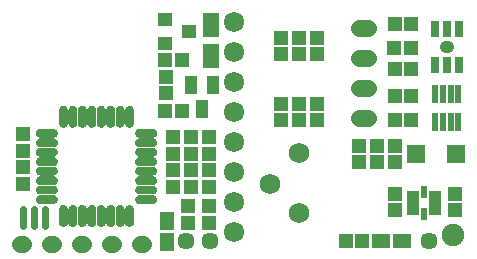
<source format=gts>
G04 Layer: TopSolderMaskLayer*
G04 EasyEDA v5.9.34, Sun, 20 Jan 2019 06:30:26 GMT*
G04 4d0cf0336fcf4326954002bdc8c8e70b*
G04 Gerber Generator version 0.2*
G04 Scale: 100 percent, Rotated: No, Reflected: No *
G04 Dimensions in millimeters *
G04 leading zeros omitted , absolute positions ,3 integer and 3 decimal *
%FSLAX33Y33*%
%MOMM*%
G90*
G71D02*

%ADD54C,1.453210*%
%ADD55C,0.603199*%
%ADD56C,1.403198*%
%ADD57C,1.003198*%
%ADD58R,0.503174X1.003300*%
%ADD59R,1.003300X0.503174*%
%ADD60R,1.303198X1.203198*%
%ADD61R,1.203198X1.303198*%
%ADD62R,1.503197X1.303198*%
%ADD63C,1.723187*%
%ADD64R,1.553210X0.503199*%
%ADD65R,1.553210X0.502920*%
%ADD66C,1.727200*%
%ADD67R,1.453134X2.003298*%
%ADD68R,1.303198X1.503197*%
%ADD69R,1.102360X1.602740*%
%ADD70R,0.553720X1.553210*%
%ADD71R,0.652780X1.403198*%
%ADD72C,1.903222*%
%ADD73C,1.453134*%

%LPD*%
G54D54*
G01X11051Y762D02*
G01X11300Y762D01*
G01X8511Y762D02*
G01X8760Y762D01*
G01X5971Y762D02*
G01X6220Y762D01*
G01X3431Y762D02*
G01X3680Y762D01*
G01X891Y762D02*
G01X1140Y762D01*
G54D55*
G01X3048Y3749D02*
G01X3048Y2346D01*
G01X2098Y3749D02*
G01X2098Y2346D01*
G01X1148Y3749D02*
G01X1148Y2346D01*
G54D56*
G01X29575Y19050D02*
G01X30373Y19050D01*
G01X29575Y16510D02*
G01X30373Y16510D01*
G01X29575Y13970D02*
G01X30373Y13970D01*
G01X29575Y11430D02*
G01X30373Y11430D01*
G54D57*
G01X36957Y17449D02*
G01X37157Y17449D01*
G54D58*
G01X35128Y3321D03*
G01X35128Y5220D03*
G54D59*
G01X36028Y5020D03*
G01X36028Y4521D03*
G01X36028Y4020D03*
G01X36028Y3520D03*
G01X34128Y3520D03*
G01X34128Y4020D03*
G01X34128Y4521D03*
G01X34128Y5020D03*
G54D60*
G01X32635Y5049D03*
G01X32635Y3649D03*
G01X37715Y5049D03*
G01X37715Y3649D03*
G01X29587Y9113D03*
G01X29587Y7713D03*
G01X32635Y9113D03*
G01X32635Y7713D03*
G54D61*
G01X13200Y12045D03*
G01X14599Y12045D03*
G54D60*
G01X31111Y9113D03*
G01X31111Y7713D03*
G01X13249Y14955D03*
G01X13249Y13555D03*
G54D62*
G01X33274Y1016D03*
G01X31496Y1016D03*
G54D61*
G01X13200Y16380D03*
G01X14599Y16380D03*
G54D60*
G01X13846Y5618D03*
G01X13846Y7018D03*
G01X15370Y5618D03*
G01X15370Y7018D03*
G01X16894Y5618D03*
G01X16894Y7018D03*
G01X24507Y18257D03*
G01X24507Y16857D03*
G01X26031Y18257D03*
G01X26031Y16857D03*
G01X22983Y18257D03*
G01X22983Y16857D03*
G01X1146Y5872D03*
G01X1146Y7272D03*
G01X1146Y8666D03*
G01X1146Y10066D03*
G36*
G01X14579Y18199D02*
G01X14579Y19304D01*
G01X15783Y19304D01*
G01X15783Y18199D01*
G01X14579Y18199D01*
G37*
G36*
G01X12580Y19199D02*
G01X12580Y20302D01*
G01X13782Y20302D01*
G01X13782Y19199D01*
G01X12580Y19199D01*
G37*
G36*
G01X12580Y17200D02*
G01X12580Y18303D01*
G01X13782Y18303D01*
G01X13782Y17200D01*
G01X12580Y17200D01*
G37*
G01X13846Y8412D03*
G01X13846Y9812D03*
G54D63*
G01X19050Y19558D03*
G01X19050Y17018D03*
G01X19050Y14478D03*
G01X19050Y11938D03*
G01X19050Y9398D03*
G01X19050Y6858D03*
G01X19050Y4318D03*
G01X19050Y1778D03*
G54D64*
G01X37848Y7919D03*
G54D65*
G01X37848Y8420D03*
G01X37848Y8920D03*
G01X34447Y7919D03*
G01X34447Y8420D03*
G01X34447Y8920D03*
G54D61*
G01X32600Y17395D03*
G01X34000Y17395D03*
G01X34008Y13338D03*
G01X32608Y13338D03*
G01X34008Y11306D03*
G01X32608Y11306D03*
G54D66*
G01X24518Y8484D03*
G01X22031Y5867D03*
G01X24502Y3383D03*
G54D60*
G01X26031Y12669D03*
G01X26031Y11269D03*
G01X22983Y12669D03*
G01X22983Y11269D03*
G01X24507Y12669D03*
G01X24507Y11269D03*
G54D67*
G01X17091Y19337D03*
G01X17091Y16737D03*
G54D61*
G01X28478Y996D03*
G01X29878Y996D03*
G54D68*
G01X13352Y911D03*
G01X13352Y2689D03*
G54D60*
G01X16894Y2570D03*
G01X16894Y3970D03*
G01X16894Y8412D03*
G01X16894Y9812D03*
G36*
G01X4549Y10632D02*
G01X4503Y10634D01*
G01X4452Y10650D01*
G01X4411Y10668D01*
G01X4371Y10688D01*
G01X4333Y10716D01*
G01X4297Y10746D01*
G01X4267Y10787D01*
G01X4241Y10825D01*
G01X4221Y10871D01*
G01X4206Y10914D01*
G01X4196Y10960D01*
G01X4196Y12151D01*
G01X4206Y12202D01*
G01X4221Y12247D01*
G01X4241Y12291D01*
G01X4267Y12326D01*
G01X4297Y12367D01*
G01X4333Y12397D01*
G01X4368Y12425D01*
G01X4409Y12448D01*
G01X4455Y12466D01*
G01X4503Y12476D01*
G01X4546Y12484D01*
G01X4597Y12484D01*
G01X4643Y12476D01*
G01X4686Y12466D01*
G01X4732Y12448D01*
G01X4775Y12425D01*
G01X4810Y12397D01*
G01X4848Y12364D01*
G01X4874Y12329D01*
G01X4902Y12291D01*
G01X4919Y12247D01*
G01X4937Y12202D01*
G01X4945Y12151D01*
G01X4947Y12113D01*
G01X4947Y11005D01*
G01X4945Y10962D01*
G01X4937Y10914D01*
G01X4919Y10871D01*
G01X4902Y10825D01*
G01X4874Y10784D01*
G01X4848Y10749D01*
G01X4810Y10716D01*
G01X4772Y10688D01*
G01X4729Y10665D01*
G01X4688Y10650D01*
G01X4643Y10634D01*
G01X4594Y10632D01*
G01X4549Y10632D01*
G37*
G36*
G01X5351Y10632D02*
G01X5300Y10634D01*
G01X5250Y10650D01*
G01X5212Y10668D01*
G01X5171Y10688D01*
G01X5133Y10716D01*
G01X5097Y10746D01*
G01X5067Y10787D01*
G01X5041Y10825D01*
G01X5021Y10871D01*
G01X5006Y10914D01*
G01X4996Y10960D01*
G01X4996Y12151D01*
G01X5006Y12202D01*
G01X5021Y12247D01*
G01X5041Y12291D01*
G01X5067Y12326D01*
G01X5097Y12367D01*
G01X5133Y12397D01*
G01X5168Y12425D01*
G01X5209Y12448D01*
G01X5255Y12466D01*
G01X5300Y12476D01*
G01X5346Y12484D01*
G01X5397Y12484D01*
G01X5443Y12476D01*
G01X5486Y12466D01*
G01X5532Y12448D01*
G01X5575Y12425D01*
G01X5610Y12397D01*
G01X5648Y12364D01*
G01X5674Y12329D01*
G01X5702Y12291D01*
G01X5720Y12247D01*
G01X5737Y12202D01*
G01X5745Y12151D01*
G01X5748Y12113D01*
G01X5748Y11005D01*
G01X5745Y10962D01*
G01X5737Y10914D01*
G01X5720Y10871D01*
G01X5702Y10825D01*
G01X5674Y10784D01*
G01X5648Y10749D01*
G01X5610Y10716D01*
G01X5572Y10688D01*
G01X5529Y10665D01*
G01X5488Y10650D01*
G01X5443Y10634D01*
G01X5394Y10632D01*
G01X5351Y10632D01*
G37*
G36*
G01X6151Y10632D02*
G01X6101Y10634D01*
G01X6050Y10650D01*
G01X6012Y10668D01*
G01X5971Y10688D01*
G01X5933Y10716D01*
G01X5897Y10746D01*
G01X5867Y10787D01*
G01X5842Y10825D01*
G01X5821Y10871D01*
G01X5806Y10914D01*
G01X5796Y10957D01*
G01X5793Y11005D01*
G01X5793Y12113D01*
G01X5796Y12156D01*
G01X5806Y12202D01*
G01X5821Y12247D01*
G01X5842Y12291D01*
G01X5867Y12326D01*
G01X5897Y12367D01*
G01X5933Y12397D01*
G01X5969Y12425D01*
G01X6009Y12448D01*
G01X6055Y12466D01*
G01X6101Y12476D01*
G01X6146Y12484D01*
G01X6197Y12484D01*
G01X6243Y12476D01*
G01X6286Y12466D01*
G01X6332Y12448D01*
G01X6375Y12425D01*
G01X6410Y12397D01*
G01X6449Y12364D01*
G01X6474Y12329D01*
G01X6502Y12291D01*
G01X6520Y12247D01*
G01X6537Y12202D01*
G01X6545Y12151D01*
G01X6548Y12113D01*
G01X6548Y11005D01*
G01X6545Y10962D01*
G01X6537Y10914D01*
G01X6520Y10871D01*
G01X6502Y10825D01*
G01X6474Y10784D01*
G01X6449Y10749D01*
G01X6410Y10716D01*
G01X6372Y10688D01*
G01X6329Y10665D01*
G01X6289Y10650D01*
G01X6243Y10634D01*
G01X6195Y10632D01*
G01X6151Y10632D01*
G37*
G36*
G01X6951Y10632D02*
G01X6901Y10634D01*
G01X6850Y10650D01*
G01X6812Y10668D01*
G01X6771Y10688D01*
G01X6733Y10716D01*
G01X6697Y10746D01*
G01X6667Y10787D01*
G01X6642Y10825D01*
G01X6621Y10871D01*
G01X6606Y10914D01*
G01X6596Y10957D01*
G01X6593Y11005D01*
G01X6593Y12113D01*
G01X6596Y12156D01*
G01X6606Y12202D01*
G01X6621Y12247D01*
G01X6642Y12291D01*
G01X6667Y12326D01*
G01X6697Y12367D01*
G01X6733Y12397D01*
G01X6769Y12425D01*
G01X6809Y12448D01*
G01X6855Y12466D01*
G01X6901Y12476D01*
G01X6946Y12484D01*
G01X6995Y12484D01*
G01X7040Y12476D01*
G01X7086Y12466D01*
G01X7132Y12448D01*
G01X7175Y12425D01*
G01X7211Y12397D01*
G01X7249Y12364D01*
G01X7274Y12329D01*
G01X7302Y12291D01*
G01X7320Y12247D01*
G01X7338Y12202D01*
G01X7345Y12151D01*
G01X7348Y12113D01*
G01X7348Y11005D01*
G01X7345Y10962D01*
G01X7338Y10914D01*
G01X7320Y10871D01*
G01X7302Y10825D01*
G01X7274Y10784D01*
G01X7249Y10749D01*
G01X7211Y10716D01*
G01X7172Y10688D01*
G01X7129Y10665D01*
G01X7089Y10650D01*
G01X7040Y10634D01*
G01X6990Y10632D01*
G01X6951Y10632D01*
G37*
G36*
G01X7752Y10632D02*
G01X7701Y10634D01*
G01X7650Y10650D01*
G01X7612Y10668D01*
G01X7571Y10688D01*
G01X7533Y10716D01*
G01X7498Y10746D01*
G01X7467Y10787D01*
G01X7442Y10825D01*
G01X7421Y10871D01*
G01X7406Y10914D01*
G01X7396Y10957D01*
G01X7393Y11005D01*
G01X7393Y12113D01*
G01X7396Y12156D01*
G01X7406Y12202D01*
G01X7421Y12247D01*
G01X7442Y12291D01*
G01X7467Y12326D01*
G01X7498Y12367D01*
G01X7533Y12397D01*
G01X7569Y12425D01*
G01X7609Y12448D01*
G01X7655Y12466D01*
G01X7701Y12476D01*
G01X7747Y12484D01*
G01X7795Y12484D01*
G01X7840Y12476D01*
G01X7886Y12466D01*
G01X7932Y12448D01*
G01X7975Y12425D01*
G01X8011Y12397D01*
G01X8049Y12364D01*
G01X8074Y12329D01*
G01X8102Y12291D01*
G01X8120Y12247D01*
G01X8138Y12202D01*
G01X8145Y12151D01*
G01X8148Y12113D01*
G01X8148Y11005D01*
G01X8145Y10962D01*
G01X8138Y10914D01*
G01X8120Y10871D01*
G01X8102Y10825D01*
G01X8074Y10784D01*
G01X8049Y10749D01*
G01X8011Y10716D01*
G01X7973Y10688D01*
G01X7929Y10665D01*
G01X7889Y10650D01*
G01X7840Y10634D01*
G01X7790Y10632D01*
G01X7752Y10632D01*
G37*
G36*
G01X8552Y10632D02*
G01X8501Y10634D01*
G01X8450Y10650D01*
G01X8412Y10668D01*
G01X8371Y10688D01*
G01X8333Y10716D01*
G01X8298Y10746D01*
G01X8267Y10787D01*
G01X8242Y10825D01*
G01X8221Y10871D01*
G01X8206Y10914D01*
G01X8196Y10957D01*
G01X8194Y11005D01*
G01X8194Y12113D01*
G01X8196Y12156D01*
G01X8206Y12202D01*
G01X8221Y12247D01*
G01X8242Y12291D01*
G01X8267Y12326D01*
G01X8298Y12367D01*
G01X8333Y12397D01*
G01X8369Y12425D01*
G01X8409Y12448D01*
G01X8455Y12466D01*
G01X8501Y12476D01*
G01X8547Y12484D01*
G01X8595Y12484D01*
G01X8641Y12476D01*
G01X8686Y12466D01*
G01X8732Y12448D01*
G01X8775Y12425D01*
G01X8811Y12397D01*
G01X8849Y12364D01*
G01X8877Y12326D01*
G01X8900Y12291D01*
G01X8920Y12247D01*
G01X8935Y12202D01*
G01X8945Y12156D01*
G01X8948Y12113D01*
G01X8948Y11005D01*
G01X8945Y10957D01*
G01X8935Y10914D01*
G01X8920Y10871D01*
G01X8900Y10825D01*
G01X8877Y10787D01*
G01X8849Y10749D01*
G01X8811Y10716D01*
G01X8773Y10688D01*
G01X8729Y10665D01*
G01X8689Y10650D01*
G01X8641Y10634D01*
G01X8590Y10632D01*
G01X8552Y10632D01*
G37*
G36*
G01X9352Y10632D02*
G01X9301Y10634D01*
G01X9253Y10650D01*
G01X9210Y10668D01*
G01X9171Y10688D01*
G01X9133Y10716D01*
G01X9098Y10746D01*
G01X9067Y10787D01*
G01X9042Y10825D01*
G01X9022Y10871D01*
G01X9006Y10914D01*
G01X8996Y10957D01*
G01X8994Y11005D01*
G01X8994Y12113D01*
G01X8996Y12156D01*
G01X9006Y12202D01*
G01X9022Y12247D01*
G01X9042Y12291D01*
G01X9067Y12326D01*
G01X9098Y12367D01*
G01X9133Y12397D01*
G01X9166Y12423D01*
G01X9207Y12448D01*
G01X9255Y12466D01*
G01X9301Y12476D01*
G01X9347Y12484D01*
G01X9395Y12484D01*
G01X9441Y12476D01*
G01X9486Y12466D01*
G01X9532Y12448D01*
G01X9575Y12425D01*
G01X9613Y12397D01*
G01X9646Y12364D01*
G01X9674Y12326D01*
G01X9700Y12291D01*
G01X9720Y12247D01*
G01X9735Y12202D01*
G01X9745Y12156D01*
G01X9748Y12113D01*
G01X9748Y11005D01*
G01X9745Y10957D01*
G01X9735Y10914D01*
G01X9720Y10871D01*
G01X9700Y10825D01*
G01X9674Y10787D01*
G01X9646Y10749D01*
G01X9613Y10716D01*
G01X9573Y10688D01*
G01X9530Y10665D01*
G01X9489Y10650D01*
G01X9441Y10634D01*
G01X9390Y10632D01*
G01X9352Y10632D01*
G37*
G36*
G01X10152Y10632D02*
G01X10101Y10634D01*
G01X10053Y10650D01*
G01X10010Y10668D01*
G01X9972Y10688D01*
G01X9933Y10716D01*
G01X9898Y10746D01*
G01X9867Y10787D01*
G01X9842Y10825D01*
G01X9822Y10871D01*
G01X9806Y10914D01*
G01X9796Y10957D01*
G01X9794Y11005D01*
G01X9794Y12113D01*
G01X9796Y12156D01*
G01X9806Y12202D01*
G01X9822Y12247D01*
G01X9842Y12291D01*
G01X9867Y12326D01*
G01X9898Y12367D01*
G01X9933Y12397D01*
G01X9966Y12423D01*
G01X10007Y12448D01*
G01X10055Y12466D01*
G01X10101Y12476D01*
G01X10147Y12484D01*
G01X10195Y12484D01*
G01X10241Y12476D01*
G01X10287Y12466D01*
G01X10332Y12448D01*
G01X10375Y12425D01*
G01X10414Y12397D01*
G01X10447Y12364D01*
G01X10474Y12326D01*
G01X10500Y12291D01*
G01X10520Y12247D01*
G01X10535Y12202D01*
G01X10546Y12156D01*
G01X10548Y12113D01*
G01X10548Y11005D01*
G01X10546Y10957D01*
G01X10535Y10914D01*
G01X10520Y10871D01*
G01X10500Y10825D01*
G01X10474Y10787D01*
G01X10447Y10749D01*
G01X10414Y10716D01*
G01X10373Y10688D01*
G01X10330Y10665D01*
G01X10289Y10650D01*
G01X10241Y10634D01*
G01X10190Y10632D01*
G01X10152Y10632D01*
G37*
G36*
G01X11015Y9781D02*
G01X10977Y9784D01*
G01X10929Y9791D01*
G01X10881Y9806D01*
G01X10838Y9827D01*
G01X10802Y9852D01*
G01X10761Y9883D01*
G01X10731Y9918D01*
G01X10703Y9954D01*
G01X10680Y9997D01*
G01X10662Y10043D01*
G01X10652Y10086D01*
G01X10645Y10132D01*
G01X10645Y10182D01*
G01X10652Y10228D01*
G01X10662Y10271D01*
G01X10680Y10317D01*
G01X10703Y10360D01*
G01X10731Y10396D01*
G01X10761Y10431D01*
G01X10802Y10462D01*
G01X10838Y10487D01*
G01X10881Y10507D01*
G01X10929Y10523D01*
G01X10977Y10530D01*
G01X11015Y10533D01*
G01X12123Y10533D01*
G01X12166Y10530D01*
G01X12212Y10523D01*
G01X12260Y10507D01*
G01X12301Y10487D01*
G01X12344Y10462D01*
G01X12379Y10431D01*
G01X12412Y10398D01*
G01X12440Y10358D01*
G01X12463Y10314D01*
G01X12479Y10274D01*
G01X12494Y10228D01*
G01X12496Y10180D01*
G01X12496Y10134D01*
G01X12494Y10086D01*
G01X12479Y10040D01*
G01X12463Y9999D01*
G01X12440Y9956D01*
G01X12412Y9916D01*
G01X12379Y9883D01*
G01X12344Y9852D01*
G01X12301Y9827D01*
G01X12260Y9806D01*
G01X12212Y9791D01*
G01X12166Y9784D01*
G01X12123Y9781D01*
G01X11015Y9781D01*
G37*
G36*
G01X11015Y8981D02*
G01X10977Y8983D01*
G01X10929Y8991D01*
G01X10881Y9006D01*
G01X10838Y9027D01*
G01X10802Y9052D01*
G01X10761Y9083D01*
G01X10731Y9118D01*
G01X10703Y9154D01*
G01X10680Y9197D01*
G01X10662Y9243D01*
G01X10652Y9286D01*
G01X10645Y9331D01*
G01X10645Y9382D01*
G01X10652Y9428D01*
G01X10662Y9471D01*
G01X10680Y9517D01*
G01X10703Y9560D01*
G01X10731Y9596D01*
G01X10761Y9631D01*
G01X10802Y9662D01*
G01X10838Y9687D01*
G01X10881Y9707D01*
G01X10929Y9723D01*
G01X10977Y9730D01*
G01X11015Y9733D01*
G01X12123Y9733D01*
G01X12166Y9730D01*
G01X12212Y9723D01*
G01X12260Y9707D01*
G01X12301Y9687D01*
G01X12344Y9662D01*
G01X12379Y9631D01*
G01X12412Y9598D01*
G01X12440Y9558D01*
G01X12463Y9514D01*
G01X12479Y9474D01*
G01X12494Y9428D01*
G01X12496Y9380D01*
G01X12496Y9334D01*
G01X12494Y9286D01*
G01X12479Y9240D01*
G01X12463Y9199D01*
G01X12440Y9156D01*
G01X12412Y9116D01*
G01X12379Y9083D01*
G01X12344Y9052D01*
G01X12301Y9027D01*
G01X12260Y9006D01*
G01X12212Y8991D01*
G01X12166Y8983D01*
G01X12123Y8981D01*
G01X11015Y8981D01*
G37*
G36*
G01X11015Y8181D02*
G01X10977Y8183D01*
G01X10929Y8191D01*
G01X10881Y8206D01*
G01X10838Y8227D01*
G01X10802Y8252D01*
G01X10761Y8282D01*
G01X10731Y8318D01*
G01X10703Y8354D01*
G01X10680Y8397D01*
G01X10662Y8442D01*
G01X10652Y8486D01*
G01X10645Y8531D01*
G01X10645Y8582D01*
G01X10652Y8625D01*
G01X10662Y8674D01*
G01X10680Y8719D01*
G01X10703Y8760D01*
G01X10731Y8796D01*
G01X10761Y8831D01*
G01X10802Y8862D01*
G01X10838Y8887D01*
G01X10881Y8907D01*
G01X10929Y8923D01*
G01X10977Y8930D01*
G01X11015Y8933D01*
G01X12123Y8933D01*
G01X12166Y8930D01*
G01X12212Y8923D01*
G01X12260Y8907D01*
G01X12301Y8887D01*
G01X12344Y8862D01*
G01X12379Y8831D01*
G01X12412Y8798D01*
G01X12440Y8757D01*
G01X12461Y8717D01*
G01X12479Y8676D01*
G01X12494Y8625D01*
G01X12496Y8580D01*
G01X12496Y8534D01*
G01X12494Y8486D01*
G01X12479Y8440D01*
G01X12463Y8399D01*
G01X12440Y8356D01*
G01X12412Y8315D01*
G01X12379Y8282D01*
G01X12344Y8252D01*
G01X12301Y8227D01*
G01X12260Y8206D01*
G01X12212Y8191D01*
G01X12166Y8183D01*
G01X12123Y8181D01*
G01X11015Y8181D01*
G37*
G36*
G01X11015Y7381D02*
G01X10977Y7383D01*
G01X10929Y7391D01*
G01X10881Y7406D01*
G01X10838Y7426D01*
G01X10802Y7452D01*
G01X10761Y7482D01*
G01X10731Y7518D01*
G01X10703Y7553D01*
G01X10680Y7597D01*
G01X10662Y7642D01*
G01X10652Y7686D01*
G01X10645Y7731D01*
G01X10645Y7782D01*
G01X10652Y7825D01*
G01X10662Y7874D01*
G01X10680Y7919D01*
G01X10703Y7960D01*
G01X10731Y7995D01*
G01X10761Y8031D01*
G01X10802Y8061D01*
G01X10838Y8087D01*
G01X10881Y8107D01*
G01X10929Y8122D01*
G01X10977Y8130D01*
G01X11015Y8133D01*
G01X12123Y8133D01*
G01X12166Y8130D01*
G01X12212Y8122D01*
G01X12260Y8107D01*
G01X12301Y8087D01*
G01X12344Y8061D01*
G01X12379Y8031D01*
G01X12412Y7998D01*
G01X12440Y7957D01*
G01X12461Y7917D01*
G01X12479Y7876D01*
G01X12494Y7825D01*
G01X12496Y7780D01*
G01X12496Y7734D01*
G01X12494Y7686D01*
G01X12479Y7640D01*
G01X12463Y7599D01*
G01X12440Y7556D01*
G01X12412Y7515D01*
G01X12379Y7482D01*
G01X12344Y7452D01*
G01X12301Y7426D01*
G01X12260Y7406D01*
G01X12212Y7391D01*
G01X12166Y7383D01*
G01X12123Y7381D01*
G01X11015Y7381D01*
G37*
G36*
G01X11015Y6581D02*
G01X10977Y6583D01*
G01X10929Y6591D01*
G01X10881Y6606D01*
G01X10835Y6629D01*
G01X10764Y6680D01*
G01X10731Y6718D01*
G01X10703Y6753D01*
G01X10680Y6797D01*
G01X10662Y6842D01*
G01X10652Y6885D01*
G01X10645Y6931D01*
G01X10645Y6982D01*
G01X10652Y7025D01*
G01X10662Y7073D01*
G01X10680Y7119D01*
G01X10703Y7160D01*
G01X10731Y7195D01*
G01X10761Y7231D01*
G01X10802Y7261D01*
G01X10838Y7287D01*
G01X10881Y7307D01*
G01X10927Y7322D01*
G01X10977Y7332D01*
G01X12169Y7332D01*
G01X12214Y7322D01*
G01X12260Y7307D01*
G01X12301Y7287D01*
G01X12344Y7261D01*
G01X12379Y7231D01*
G01X12412Y7198D01*
G01X12440Y7157D01*
G01X12461Y7117D01*
G01X12479Y7076D01*
G01X12494Y7025D01*
G01X12496Y6979D01*
G01X12496Y6934D01*
G01X12494Y6885D01*
G01X12479Y6840D01*
G01X12463Y6799D01*
G01X12440Y6756D01*
G01X12412Y6715D01*
G01X12377Y6680D01*
G01X12344Y6654D01*
G01X12303Y6626D01*
G01X12260Y6606D01*
G01X12212Y6591D01*
G01X12166Y6583D01*
G01X12123Y6581D01*
G01X11015Y6581D01*
G37*
G36*
G01X11015Y5781D02*
G01X10977Y5783D01*
G01X10929Y5791D01*
G01X10881Y5806D01*
G01X10835Y5829D01*
G01X10764Y5880D01*
G01X10731Y5918D01*
G01X10703Y5953D01*
G01X10680Y5996D01*
G01X10662Y6042D01*
G01X10652Y6085D01*
G01X10645Y6131D01*
G01X10645Y6182D01*
G01X10652Y6225D01*
G01X10662Y6273D01*
G01X10680Y6319D01*
G01X10703Y6360D01*
G01X10731Y6395D01*
G01X10761Y6431D01*
G01X10802Y6461D01*
G01X10838Y6487D01*
G01X10881Y6507D01*
G01X10927Y6522D01*
G01X10977Y6532D01*
G01X12169Y6532D01*
G01X12214Y6522D01*
G01X12260Y6507D01*
G01X12301Y6487D01*
G01X12344Y6461D01*
G01X12379Y6431D01*
G01X12412Y6398D01*
G01X12440Y6357D01*
G01X12461Y6316D01*
G01X12479Y6276D01*
G01X12494Y6225D01*
G01X12496Y6179D01*
G01X12496Y6134D01*
G01X12494Y6085D01*
G01X12479Y6040D01*
G01X12463Y5999D01*
G01X12440Y5956D01*
G01X12412Y5915D01*
G01X12377Y5880D01*
G01X12344Y5854D01*
G01X12303Y5826D01*
G01X12260Y5806D01*
G01X12212Y5791D01*
G01X12166Y5783D01*
G01X12123Y5781D01*
G01X11015Y5781D01*
G37*
G36*
G01X11015Y4980D02*
G01X10977Y4983D01*
G01X10927Y4991D01*
G01X10881Y5008D01*
G01X10838Y5026D01*
G01X10800Y5054D01*
G01X10764Y5080D01*
G01X10731Y5118D01*
G01X10703Y5153D01*
G01X10680Y5196D01*
G01X10662Y5242D01*
G01X10652Y5285D01*
G01X10645Y5331D01*
G01X10645Y5382D01*
G01X10652Y5425D01*
G01X10662Y5473D01*
G01X10680Y5519D01*
G01X10703Y5560D01*
G01X10731Y5595D01*
G01X10761Y5631D01*
G01X10802Y5661D01*
G01X10838Y5687D01*
G01X10881Y5707D01*
G01X10927Y5722D01*
G01X10977Y5732D01*
G01X12169Y5732D01*
G01X12214Y5722D01*
G01X12260Y5707D01*
G01X12301Y5687D01*
G01X12344Y5661D01*
G01X12379Y5631D01*
G01X12412Y5598D01*
G01X12440Y5557D01*
G01X12461Y5516D01*
G01X12479Y5476D01*
G01X12494Y5425D01*
G01X12496Y5379D01*
G01X12496Y5334D01*
G01X12494Y5285D01*
G01X12479Y5240D01*
G01X12463Y5199D01*
G01X12440Y5156D01*
G01X12412Y5115D01*
G01X12377Y5080D01*
G01X12344Y5054D01*
G01X12301Y5026D01*
G01X12260Y5008D01*
G01X12214Y4991D01*
G01X12166Y4983D01*
G01X12123Y4980D01*
G01X11015Y4980D01*
G37*
G36*
G01X11015Y4180D02*
G01X10977Y4183D01*
G01X10927Y4191D01*
G01X10881Y4208D01*
G01X10838Y4226D01*
G01X10800Y4254D01*
G01X10764Y4279D01*
G01X10731Y4318D01*
G01X10703Y4353D01*
G01X10680Y4396D01*
G01X10662Y4442D01*
G01X10652Y4485D01*
G01X10645Y4531D01*
G01X10645Y4582D01*
G01X10652Y4627D01*
G01X10662Y4673D01*
G01X10680Y4719D01*
G01X10703Y4759D01*
G01X10731Y4795D01*
G01X10761Y4831D01*
G01X10802Y4861D01*
G01X10838Y4886D01*
G01X10881Y4907D01*
G01X10927Y4922D01*
G01X10972Y4932D01*
G01X11015Y4935D01*
G01X12123Y4935D01*
G01X12171Y4932D01*
G01X12214Y4922D01*
G01X12260Y4907D01*
G01X12301Y4886D01*
G01X12344Y4861D01*
G01X12379Y4831D01*
G01X12412Y4798D01*
G01X12440Y4757D01*
G01X12461Y4716D01*
G01X12479Y4678D01*
G01X12494Y4627D01*
G01X12496Y4577D01*
G01X12496Y4533D01*
G01X12494Y4485D01*
G01X12479Y4439D01*
G01X12463Y4399D01*
G01X12440Y4356D01*
G01X12412Y4315D01*
G01X12377Y4279D01*
G01X12344Y4254D01*
G01X12301Y4226D01*
G01X12260Y4208D01*
G01X12214Y4191D01*
G01X12166Y4183D01*
G01X12123Y4180D01*
G01X11015Y4180D01*
G37*
G36*
G01X10147Y2230D02*
G01X10096Y2237D01*
G01X10053Y2250D01*
G01X10010Y2268D01*
G01X9972Y2288D01*
G01X9933Y2316D01*
G01X9898Y2346D01*
G01X9867Y2387D01*
G01X9842Y2425D01*
G01X9822Y2471D01*
G01X9806Y2514D01*
G01X9796Y2557D01*
G01X9794Y2606D01*
G01X9794Y3713D01*
G01X9796Y3756D01*
G01X9806Y3804D01*
G01X9822Y3845D01*
G01X9842Y3888D01*
G01X9867Y3926D01*
G01X9898Y3967D01*
G01X9933Y3997D01*
G01X9966Y4023D01*
G01X10007Y4048D01*
G01X10055Y4066D01*
G01X10101Y4076D01*
G01X10147Y4084D01*
G01X10195Y4084D01*
G01X10241Y4076D01*
G01X10287Y4066D01*
G01X10332Y4048D01*
G01X10375Y4025D01*
G01X10414Y3997D01*
G01X10447Y3964D01*
G01X10474Y3926D01*
G01X10500Y3888D01*
G01X10520Y3845D01*
G01X10535Y3804D01*
G01X10546Y3756D01*
G01X10548Y3713D01*
G01X10548Y2606D01*
G01X10546Y2557D01*
G01X10535Y2514D01*
G01X10520Y2471D01*
G01X10500Y2425D01*
G01X10474Y2387D01*
G01X10447Y2349D01*
G01X10414Y2316D01*
G01X10373Y2288D01*
G01X10330Y2265D01*
G01X10289Y2250D01*
G01X10246Y2237D01*
G01X10195Y2230D01*
G01X10147Y2230D01*
G37*
G36*
G01X9347Y2230D02*
G01X9296Y2237D01*
G01X9253Y2250D01*
G01X9210Y2268D01*
G01X9171Y2288D01*
G01X9133Y2316D01*
G01X9098Y2346D01*
G01X9067Y2387D01*
G01X9042Y2425D01*
G01X9022Y2471D01*
G01X9006Y2514D01*
G01X8996Y2557D01*
G01X8994Y2606D01*
G01X8994Y3713D01*
G01X8996Y3756D01*
G01X9006Y3804D01*
G01X9022Y3845D01*
G01X9042Y3888D01*
G01X9067Y3926D01*
G01X9098Y3967D01*
G01X9133Y3997D01*
G01X9166Y4023D01*
G01X9207Y4048D01*
G01X9255Y4066D01*
G01X9301Y4076D01*
G01X9347Y4084D01*
G01X9395Y4084D01*
G01X9441Y4076D01*
G01X9486Y4066D01*
G01X9532Y4048D01*
G01X9575Y4025D01*
G01X9613Y3997D01*
G01X9646Y3964D01*
G01X9674Y3926D01*
G01X9700Y3888D01*
G01X9720Y3845D01*
G01X9735Y3804D01*
G01X9745Y3756D01*
G01X9748Y3713D01*
G01X9748Y2606D01*
G01X9745Y2557D01*
G01X9735Y2514D01*
G01X9720Y2471D01*
G01X9700Y2425D01*
G01X9674Y2387D01*
G01X9646Y2349D01*
G01X9613Y2316D01*
G01X9573Y2288D01*
G01X9530Y2265D01*
G01X9489Y2250D01*
G01X9446Y2237D01*
G01X9395Y2230D01*
G01X9347Y2230D01*
G37*
G36*
G01X8547Y2230D02*
G01X8496Y2237D01*
G01X8450Y2250D01*
G01X8412Y2268D01*
G01X8371Y2288D01*
G01X8333Y2316D01*
G01X8298Y2346D01*
G01X8267Y2387D01*
G01X8242Y2425D01*
G01X8221Y2471D01*
G01X8206Y2514D01*
G01X8196Y2557D01*
G01X8194Y2606D01*
G01X8194Y3713D01*
G01X8196Y3756D01*
G01X8206Y3804D01*
G01X8221Y3845D01*
G01X8242Y3888D01*
G01X8267Y3926D01*
G01X8298Y3967D01*
G01X8333Y3997D01*
G01X8369Y4025D01*
G01X8409Y4048D01*
G01X8455Y4066D01*
G01X8501Y4076D01*
G01X8547Y4084D01*
G01X8595Y4084D01*
G01X8641Y4076D01*
G01X8686Y4066D01*
G01X8732Y4048D01*
G01X8775Y4025D01*
G01X8811Y3997D01*
G01X8849Y3964D01*
G01X8877Y3926D01*
G01X8900Y3888D01*
G01X8920Y3845D01*
G01X8935Y3804D01*
G01X8945Y3756D01*
G01X8948Y3713D01*
G01X8948Y2606D01*
G01X8945Y2557D01*
G01X8935Y2514D01*
G01X8920Y2471D01*
G01X8900Y2425D01*
G01X8877Y2387D01*
G01X8849Y2349D01*
G01X8811Y2316D01*
G01X8773Y2288D01*
G01X8729Y2265D01*
G01X8689Y2250D01*
G01X8646Y2237D01*
G01X8595Y2230D01*
G01X8547Y2230D01*
G37*
G36*
G01X7747Y2230D02*
G01X7696Y2237D01*
G01X7650Y2250D01*
G01X7612Y2268D01*
G01X7571Y2288D01*
G01X7533Y2316D01*
G01X7498Y2346D01*
G01X7467Y2387D01*
G01X7442Y2425D01*
G01X7421Y2471D01*
G01X7406Y2514D01*
G01X7396Y2557D01*
G01X7393Y2606D01*
G01X7393Y3713D01*
G01X7396Y3756D01*
G01X7406Y3804D01*
G01X7421Y3845D01*
G01X7442Y3888D01*
G01X7467Y3926D01*
G01X7498Y3967D01*
G01X7533Y3997D01*
G01X7569Y4025D01*
G01X7609Y4048D01*
G01X7655Y4066D01*
G01X7701Y4076D01*
G01X7747Y4084D01*
G01X7795Y4084D01*
G01X7840Y4076D01*
G01X7886Y4066D01*
G01X7932Y4048D01*
G01X7975Y4025D01*
G01X8011Y3997D01*
G01X8049Y3964D01*
G01X8074Y3929D01*
G01X8102Y3888D01*
G01X8120Y3845D01*
G01X8138Y3804D01*
G01X8145Y3751D01*
G01X8148Y3713D01*
G01X8148Y2606D01*
G01X8145Y2562D01*
G01X8138Y2514D01*
G01X8120Y2471D01*
G01X8102Y2425D01*
G01X8074Y2385D01*
G01X8049Y2349D01*
G01X8011Y2316D01*
G01X7973Y2288D01*
G01X7929Y2265D01*
G01X7889Y2250D01*
G01X7846Y2237D01*
G01X7795Y2230D01*
G01X7747Y2230D01*
G37*
G36*
G01X6946Y2230D02*
G01X6896Y2237D01*
G01X6850Y2250D01*
G01X6812Y2268D01*
G01X6771Y2288D01*
G01X6733Y2316D01*
G01X6697Y2346D01*
G01X6667Y2387D01*
G01X6642Y2425D01*
G01X6621Y2471D01*
G01X6606Y2514D01*
G01X6596Y2557D01*
G01X6593Y2606D01*
G01X6593Y3713D01*
G01X6596Y3756D01*
G01X6606Y3804D01*
G01X6621Y3845D01*
G01X6642Y3888D01*
G01X6667Y3926D01*
G01X6697Y3967D01*
G01X6733Y3997D01*
G01X6769Y4025D01*
G01X6809Y4048D01*
G01X6855Y4066D01*
G01X6901Y4076D01*
G01X6946Y4084D01*
G01X6995Y4084D01*
G01X7040Y4076D01*
G01X7086Y4066D01*
G01X7132Y4048D01*
G01X7175Y4025D01*
G01X7211Y3997D01*
G01X7249Y3964D01*
G01X7274Y3929D01*
G01X7302Y3888D01*
G01X7320Y3845D01*
G01X7338Y3804D01*
G01X7345Y3751D01*
G01X7348Y3713D01*
G01X7348Y2606D01*
G01X7345Y2562D01*
G01X7338Y2514D01*
G01X7320Y2471D01*
G01X7302Y2425D01*
G01X7274Y2385D01*
G01X7249Y2349D01*
G01X7211Y2316D01*
G01X7172Y2288D01*
G01X7129Y2265D01*
G01X7089Y2250D01*
G01X7045Y2237D01*
G01X6995Y2230D01*
G01X6946Y2230D01*
G37*
G36*
G01X6146Y2230D02*
G01X6096Y2237D01*
G01X6050Y2250D01*
G01X6012Y2268D01*
G01X5971Y2288D01*
G01X5933Y2316D01*
G01X5897Y2346D01*
G01X5867Y2387D01*
G01X5842Y2425D01*
G01X5821Y2471D01*
G01X5806Y2514D01*
G01X5796Y2557D01*
G01X5793Y2606D01*
G01X5793Y3713D01*
G01X5796Y3756D01*
G01X5806Y3804D01*
G01X5821Y3845D01*
G01X5842Y3888D01*
G01X5867Y3926D01*
G01X5897Y3967D01*
G01X5933Y3997D01*
G01X5969Y4025D01*
G01X6009Y4048D01*
G01X6055Y4066D01*
G01X6101Y4076D01*
G01X6146Y4084D01*
G01X6197Y4084D01*
G01X6243Y4076D01*
G01X6286Y4066D01*
G01X6332Y4048D01*
G01X6375Y4025D01*
G01X6410Y3997D01*
G01X6449Y3964D01*
G01X6474Y3929D01*
G01X6502Y3888D01*
G01X6520Y3845D01*
G01X6537Y3804D01*
G01X6545Y3751D01*
G01X6548Y3713D01*
G01X6548Y2606D01*
G01X6545Y2562D01*
G01X6537Y2514D01*
G01X6520Y2471D01*
G01X6502Y2425D01*
G01X6474Y2385D01*
G01X6449Y2349D01*
G01X6410Y2316D01*
G01X6372Y2288D01*
G01X6329Y2265D01*
G01X6289Y2250D01*
G01X6245Y2237D01*
G01X6197Y2230D01*
G01X6146Y2230D01*
G37*
G36*
G01X5346Y2230D02*
G01X5295Y2237D01*
G01X5250Y2250D01*
G01X5212Y2268D01*
G01X5171Y2288D01*
G01X5133Y2316D01*
G01X5097Y2346D01*
G01X5067Y2387D01*
G01X5041Y2425D01*
G01X5021Y2471D01*
G01X5006Y2514D01*
G01X4996Y2560D01*
G01X4996Y3751D01*
G01X5006Y3804D01*
G01X5021Y3845D01*
G01X5041Y3888D01*
G01X5067Y3926D01*
G01X5097Y3967D01*
G01X5133Y3997D01*
G01X5168Y4025D01*
G01X5209Y4048D01*
G01X5255Y4066D01*
G01X5300Y4076D01*
G01X5346Y4084D01*
G01X5397Y4084D01*
G01X5443Y4076D01*
G01X5486Y4066D01*
G01X5532Y4048D01*
G01X5575Y4025D01*
G01X5610Y3997D01*
G01X5648Y3964D01*
G01X5674Y3929D01*
G01X5702Y3888D01*
G01X5720Y3845D01*
G01X5737Y3804D01*
G01X5745Y3751D01*
G01X5748Y3713D01*
G01X5748Y2606D01*
G01X5745Y2562D01*
G01X5737Y2514D01*
G01X5720Y2471D01*
G01X5702Y2425D01*
G01X5674Y2385D01*
G01X5648Y2349D01*
G01X5610Y2316D01*
G01X5572Y2288D01*
G01X5529Y2265D01*
G01X5488Y2250D01*
G01X5445Y2237D01*
G01X5397Y2230D01*
G01X5346Y2230D01*
G37*
G36*
G01X4546Y2230D02*
G01X4498Y2237D01*
G01X4452Y2250D01*
G01X4411Y2268D01*
G01X4371Y2288D01*
G01X4333Y2316D01*
G01X4297Y2346D01*
G01X4267Y2387D01*
G01X4241Y2425D01*
G01X4221Y2471D01*
G01X4206Y2514D01*
G01X4196Y2560D01*
G01X4196Y3751D01*
G01X4206Y3804D01*
G01X4221Y3845D01*
G01X4241Y3888D01*
G01X4267Y3926D01*
G01X4297Y3967D01*
G01X4333Y3997D01*
G01X4368Y4025D01*
G01X4409Y4048D01*
G01X4455Y4066D01*
G01X4503Y4076D01*
G01X4546Y4084D01*
G01X4597Y4084D01*
G01X4643Y4076D01*
G01X4686Y4066D01*
G01X4732Y4048D01*
G01X4775Y4025D01*
G01X4810Y3997D01*
G01X4848Y3964D01*
G01X4874Y3929D01*
G01X4902Y3888D01*
G01X4919Y3845D01*
G01X4937Y3804D01*
G01X4945Y3751D01*
G01X4947Y3713D01*
G01X4947Y2606D01*
G01X4945Y2562D01*
G01X4937Y2514D01*
G01X4919Y2471D01*
G01X4902Y2425D01*
G01X4874Y2385D01*
G01X4848Y2349D01*
G01X4810Y2316D01*
G01X4772Y2288D01*
G01X4729Y2265D01*
G01X4688Y2250D01*
G01X4645Y2237D01*
G01X4597Y2230D01*
G01X4546Y2230D01*
G37*
G36*
G01X2616Y4180D02*
G01X2578Y4183D01*
G01X2527Y4191D01*
G01X2481Y4208D01*
G01X2440Y4226D01*
G01X2397Y4254D01*
G01X2362Y4282D01*
G01X2331Y4318D01*
G01X2303Y4353D01*
G01X2280Y4396D01*
G01X2263Y4442D01*
G01X2252Y4485D01*
G01X2245Y4531D01*
G01X2245Y4582D01*
G01X2252Y4627D01*
G01X2263Y4673D01*
G01X2280Y4719D01*
G01X2303Y4759D01*
G01X2331Y4795D01*
G01X2362Y4828D01*
G01X2397Y4861D01*
G01X2440Y4886D01*
G01X2481Y4907D01*
G01X2527Y4922D01*
G01X2573Y4932D01*
G01X2616Y4935D01*
G01X3723Y4935D01*
G01X3771Y4932D01*
G01X3815Y4922D01*
G01X3860Y4907D01*
G01X3901Y4886D01*
G01X3944Y4861D01*
G01X3980Y4831D01*
G01X4013Y4798D01*
G01X4041Y4757D01*
G01X4061Y4716D01*
G01X4079Y4678D01*
G01X4094Y4627D01*
G01X4097Y4577D01*
G01X4097Y4533D01*
G01X4094Y4485D01*
G01X4079Y4439D01*
G01X4064Y4399D01*
G01X4041Y4356D01*
G01X4013Y4315D01*
G01X3977Y4279D01*
G01X3944Y4254D01*
G01X3901Y4226D01*
G01X3860Y4208D01*
G01X3815Y4191D01*
G01X3766Y4183D01*
G01X3723Y4180D01*
G01X2616Y4180D01*
G37*
G36*
G01X2616Y4980D02*
G01X2578Y4983D01*
G01X2527Y4991D01*
G01X2481Y5008D01*
G01X2440Y5026D01*
G01X2397Y5054D01*
G01X2362Y5082D01*
G01X2331Y5118D01*
G01X2303Y5153D01*
G01X2280Y5196D01*
G01X2263Y5242D01*
G01X2252Y5285D01*
G01X2245Y5331D01*
G01X2245Y5382D01*
G01X2252Y5425D01*
G01X2263Y5473D01*
G01X2280Y5519D01*
G01X2303Y5560D01*
G01X2331Y5595D01*
G01X2362Y5628D01*
G01X2397Y5661D01*
G01X2440Y5687D01*
G01X2481Y5707D01*
G01X2527Y5722D01*
G01X2578Y5732D01*
G01X3769Y5732D01*
G01X3815Y5722D01*
G01X3860Y5707D01*
G01X3901Y5687D01*
G01X3944Y5661D01*
G01X3980Y5631D01*
G01X4013Y5598D01*
G01X4041Y5557D01*
G01X4061Y5516D01*
G01X4079Y5476D01*
G01X4094Y5425D01*
G01X4097Y5379D01*
G01X4097Y5334D01*
G01X4094Y5285D01*
G01X4079Y5240D01*
G01X4064Y5199D01*
G01X4041Y5156D01*
G01X4013Y5115D01*
G01X3977Y5080D01*
G01X3944Y5054D01*
G01X3901Y5026D01*
G01X3860Y5008D01*
G01X3815Y4991D01*
G01X3766Y4983D01*
G01X3723Y4980D01*
G01X2616Y4980D01*
G37*
G36*
G01X2616Y5781D02*
G01X2578Y5783D01*
G01X2529Y5791D01*
G01X2481Y5806D01*
G01X2438Y5826D01*
G01X2397Y5854D01*
G01X2362Y5882D01*
G01X2331Y5918D01*
G01X2303Y5953D01*
G01X2280Y5996D01*
G01X2263Y6042D01*
G01X2252Y6085D01*
G01X2245Y6131D01*
G01X2245Y6182D01*
G01X2252Y6225D01*
G01X2263Y6273D01*
G01X2280Y6319D01*
G01X2303Y6360D01*
G01X2331Y6395D01*
G01X2362Y6428D01*
G01X2397Y6461D01*
G01X2440Y6487D01*
G01X2481Y6507D01*
G01X2527Y6522D01*
G01X2578Y6532D01*
G01X3769Y6532D01*
G01X3815Y6522D01*
G01X3860Y6507D01*
G01X3901Y6487D01*
G01X3944Y6461D01*
G01X3980Y6431D01*
G01X4013Y6398D01*
G01X4041Y6357D01*
G01X4061Y6316D01*
G01X4079Y6276D01*
G01X4094Y6225D01*
G01X4097Y6179D01*
G01X4097Y6134D01*
G01X4094Y6085D01*
G01X4079Y6040D01*
G01X4064Y5999D01*
G01X4041Y5956D01*
G01X4013Y5915D01*
G01X3977Y5880D01*
G01X3944Y5854D01*
G01X3903Y5826D01*
G01X3860Y5806D01*
G01X3812Y5791D01*
G01X3766Y5783D01*
G01X3723Y5781D01*
G01X2616Y5781D01*
G37*
G36*
G01X2616Y6581D02*
G01X2578Y6583D01*
G01X2529Y6591D01*
G01X2481Y6606D01*
G01X2438Y6626D01*
G01X2397Y6654D01*
G01X2362Y6682D01*
G01X2331Y6718D01*
G01X2303Y6753D01*
G01X2280Y6797D01*
G01X2263Y6842D01*
G01X2252Y6885D01*
G01X2245Y6931D01*
G01X2245Y6982D01*
G01X2252Y7025D01*
G01X2263Y7073D01*
G01X2280Y7119D01*
G01X2303Y7160D01*
G01X2331Y7195D01*
G01X2362Y7228D01*
G01X2397Y7261D01*
G01X2440Y7287D01*
G01X2481Y7307D01*
G01X2527Y7322D01*
G01X2578Y7332D01*
G01X3769Y7332D01*
G01X3815Y7322D01*
G01X3860Y7307D01*
G01X3901Y7287D01*
G01X3944Y7261D01*
G01X3980Y7231D01*
G01X4013Y7198D01*
G01X4041Y7157D01*
G01X4061Y7117D01*
G01X4079Y7076D01*
G01X4094Y7025D01*
G01X4097Y6979D01*
G01X4097Y6934D01*
G01X4094Y6885D01*
G01X4079Y6840D01*
G01X4064Y6799D01*
G01X4041Y6756D01*
G01X4013Y6715D01*
G01X3977Y6680D01*
G01X3944Y6654D01*
G01X3903Y6626D01*
G01X3860Y6606D01*
G01X3812Y6591D01*
G01X3766Y6583D01*
G01X3723Y6581D01*
G01X2616Y6581D01*
G37*
G36*
G01X2616Y7381D02*
G01X2578Y7383D01*
G01X2529Y7391D01*
G01X2481Y7406D01*
G01X2440Y7426D01*
G01X2397Y7452D01*
G01X2362Y7485D01*
G01X2331Y7518D01*
G01X2303Y7553D01*
G01X2280Y7597D01*
G01X2263Y7642D01*
G01X2252Y7686D01*
G01X2245Y7731D01*
G01X2245Y7782D01*
G01X2252Y7825D01*
G01X2263Y7874D01*
G01X2280Y7919D01*
G01X2303Y7960D01*
G01X2331Y7995D01*
G01X2362Y8028D01*
G01X2397Y8061D01*
G01X2440Y8087D01*
G01X2481Y8107D01*
G01X2529Y8122D01*
G01X2578Y8130D01*
G01X2616Y8133D01*
G01X3723Y8133D01*
G01X3766Y8130D01*
G01X3812Y8122D01*
G01X3860Y8107D01*
G01X3901Y8087D01*
G01X3944Y8061D01*
G01X3980Y8031D01*
G01X4013Y7998D01*
G01X4041Y7957D01*
G01X4061Y7917D01*
G01X4079Y7876D01*
G01X4094Y7825D01*
G01X4097Y7780D01*
G01X4097Y7734D01*
G01X4094Y7686D01*
G01X4079Y7640D01*
G01X4064Y7599D01*
G01X4041Y7556D01*
G01X4013Y7515D01*
G01X3980Y7482D01*
G01X3944Y7452D01*
G01X3901Y7426D01*
G01X3860Y7406D01*
G01X3812Y7391D01*
G01X3766Y7383D01*
G01X3723Y7381D01*
G01X2616Y7381D01*
G37*
G36*
G01X2616Y8181D02*
G01X2578Y8183D01*
G01X2529Y8191D01*
G01X2481Y8206D01*
G01X2440Y8227D01*
G01X2397Y8252D01*
G01X2362Y8285D01*
G01X2331Y8318D01*
G01X2303Y8354D01*
G01X2280Y8397D01*
G01X2263Y8442D01*
G01X2252Y8486D01*
G01X2245Y8531D01*
G01X2245Y8582D01*
G01X2252Y8625D01*
G01X2263Y8674D01*
G01X2280Y8719D01*
G01X2303Y8760D01*
G01X2331Y8796D01*
G01X2362Y8829D01*
G01X2397Y8862D01*
G01X2440Y8887D01*
G01X2481Y8907D01*
G01X2529Y8923D01*
G01X2578Y8930D01*
G01X2616Y8933D01*
G01X3723Y8933D01*
G01X3766Y8930D01*
G01X3812Y8923D01*
G01X3860Y8907D01*
G01X3901Y8887D01*
G01X3944Y8862D01*
G01X3980Y8831D01*
G01X4013Y8798D01*
G01X4041Y8757D01*
G01X4061Y8717D01*
G01X4079Y8676D01*
G01X4094Y8625D01*
G01X4097Y8580D01*
G01X4097Y8534D01*
G01X4094Y8486D01*
G01X4079Y8440D01*
G01X4064Y8399D01*
G01X4041Y8356D01*
G01X4013Y8315D01*
G01X3980Y8282D01*
G01X3944Y8252D01*
G01X3901Y8227D01*
G01X3860Y8206D01*
G01X3812Y8191D01*
G01X3766Y8183D01*
G01X3723Y8181D01*
G01X2616Y8181D01*
G37*
G36*
G01X2616Y8981D02*
G01X2578Y8983D01*
G01X2529Y8991D01*
G01X2481Y9006D01*
G01X2440Y9027D01*
G01X2397Y9052D01*
G01X2362Y9085D01*
G01X2331Y9118D01*
G01X2303Y9154D01*
G01X2280Y9197D01*
G01X2263Y9243D01*
G01X2252Y9286D01*
G01X2245Y9331D01*
G01X2245Y9382D01*
G01X2252Y9428D01*
G01X2263Y9471D01*
G01X2280Y9517D01*
G01X2303Y9560D01*
G01X2331Y9596D01*
G01X2362Y9629D01*
G01X2397Y9662D01*
G01X2440Y9687D01*
G01X2481Y9707D01*
G01X2529Y9723D01*
G01X2578Y9730D01*
G01X2616Y9733D01*
G01X3723Y9733D01*
G01X3766Y9730D01*
G01X3812Y9723D01*
G01X3860Y9707D01*
G01X3901Y9687D01*
G01X3944Y9662D01*
G01X3980Y9631D01*
G01X4013Y9598D01*
G01X4041Y9558D01*
G01X4064Y9514D01*
G01X4079Y9474D01*
G01X4094Y9428D01*
G01X4097Y9380D01*
G01X4097Y9334D01*
G01X4094Y9286D01*
G01X4079Y9240D01*
G01X4064Y9199D01*
G01X4041Y9156D01*
G01X4013Y9116D01*
G01X3980Y9083D01*
G01X3944Y9052D01*
G01X3901Y9027D01*
G01X3860Y9006D01*
G01X3812Y8991D01*
G01X3766Y8983D01*
G01X3723Y8981D01*
G01X2616Y8981D01*
G37*
G36*
G01X2616Y9781D02*
G01X2578Y9784D01*
G01X2529Y9791D01*
G01X2481Y9806D01*
G01X2440Y9827D01*
G01X2397Y9852D01*
G01X2362Y9885D01*
G01X2331Y9918D01*
G01X2303Y9954D01*
G01X2280Y9997D01*
G01X2263Y10043D01*
G01X2252Y10086D01*
G01X2245Y10132D01*
G01X2245Y10182D01*
G01X2252Y10228D01*
G01X2263Y10271D01*
G01X2280Y10317D01*
G01X2303Y10360D01*
G01X2331Y10396D01*
G01X2362Y10429D01*
G01X2397Y10462D01*
G01X2440Y10487D01*
G01X2481Y10507D01*
G01X2529Y10523D01*
G01X2578Y10530D01*
G01X2616Y10533D01*
G01X3723Y10533D01*
G01X3766Y10530D01*
G01X3812Y10523D01*
G01X3860Y10507D01*
G01X3901Y10487D01*
G01X3944Y10462D01*
G01X3980Y10431D01*
G01X4013Y10398D01*
G01X4041Y10358D01*
G01X4064Y10314D01*
G01X4079Y10274D01*
G01X4094Y10228D01*
G01X4097Y10180D01*
G01X4097Y10134D01*
G01X4094Y10086D01*
G01X4079Y10040D01*
G01X4064Y9999D01*
G01X4041Y9956D01*
G01X4013Y9916D01*
G01X3980Y9883D01*
G01X3944Y9852D01*
G01X3901Y9827D01*
G01X3860Y9806D01*
G01X3812Y9791D01*
G01X3766Y9784D01*
G01X3723Y9781D01*
G01X2616Y9781D01*
G37*
G54D69*
G01X16322Y12195D03*
G01X15382Y14278D03*
G01X17261Y14278D03*
G54D60*
G01X15116Y2570D03*
G01X15116Y3970D03*
G01X15370Y8412D03*
G01X15370Y9812D03*
G54D70*
G01X36068Y13487D03*
G01X36718Y13487D03*
G01X37368Y13487D03*
G01X38008Y13487D03*
G01X38008Y11098D03*
G01X37368Y11098D03*
G01X36708Y11098D03*
G01X36068Y11098D03*
G54D71*
G01X36068Y15905D03*
G01X37058Y15905D03*
G01X38049Y15905D03*
G01X38049Y19000D03*
G01X37058Y19000D03*
G01X36068Y19000D03*
G54D61*
G01X34006Y15624D03*
G01X32605Y15624D03*
G01X34006Y19434D03*
G01X32605Y19434D03*
G54D72*
G01X37592Y1524D03*
G54D73*
G01X35560Y1016D03*
G01X14986Y1016D03*
G01X17018Y1016D03*
M00*
M02*

</source>
